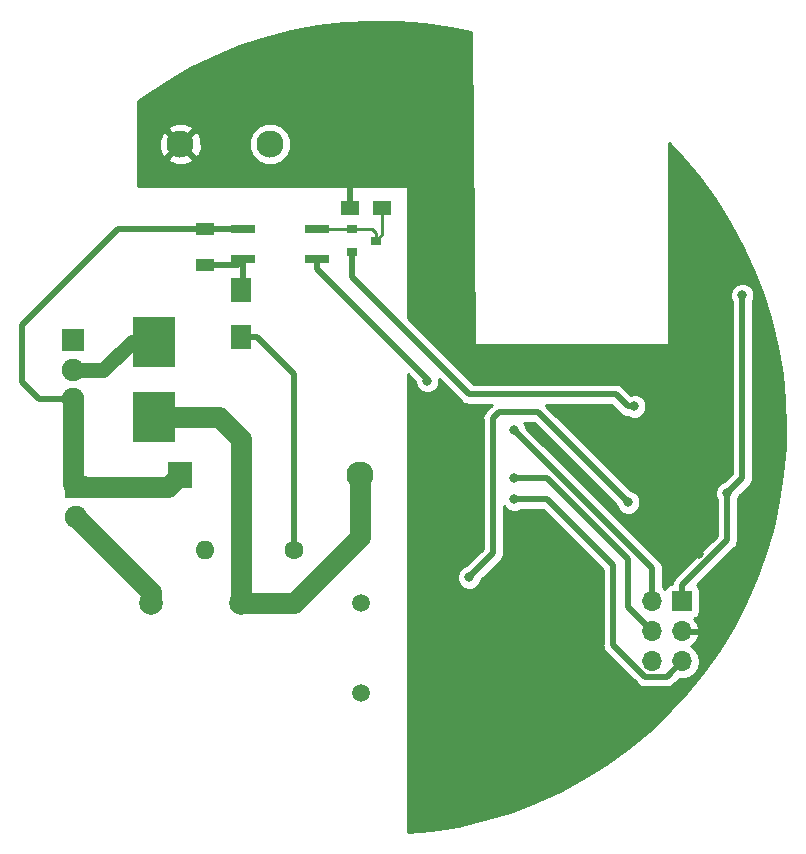
<source format=gbr>
G04 #@! TF.GenerationSoftware,KiCad,Pcbnew,(5.0.2)-1*
G04 #@! TF.CreationDate,2020-01-19T23:31:25+01:00*
G04 #@! TF.ProjectId,loftrelayRound,6c6f6674-7265-46c6-9179-526f756e642e,rev?*
G04 #@! TF.SameCoordinates,Original*
G04 #@! TF.FileFunction,Copper,L2,Bot*
G04 #@! TF.FilePolarity,Positive*
%FSLAX46Y46*%
G04 Gerber Fmt 4.6, Leading zero omitted, Abs format (unit mm)*
G04 Created by KiCad (PCBNEW (5.0.2)-1) date 19/01/2020 23:31:25*
%MOMM*%
%LPD*%
G01*
G04 APERTURE LIST*
G04 #@! TA.AperFunction,ComponentPad*
%ADD10O,1.600000X1.600000*%
G04 #@! TD*
G04 #@! TA.AperFunction,ComponentPad*
%ADD11C,1.600000*%
G04 #@! TD*
G04 #@! TA.AperFunction,SMDPad,CuDef*
%ADD12R,1.700000X2.000000*%
G04 #@! TD*
G04 #@! TA.AperFunction,SMDPad,CuDef*
%ADD13R,1.500000X1.300000*%
G04 #@! TD*
G04 #@! TA.AperFunction,SMDPad,CuDef*
%ADD14R,1.600000X1.000000*%
G04 #@! TD*
G04 #@! TA.AperFunction,ComponentPad*
%ADD15C,1.520000*%
G04 #@! TD*
G04 #@! TA.AperFunction,ComponentPad*
%ADD16C,2.000000*%
G04 #@! TD*
G04 #@! TA.AperFunction,SMDPad,CuDef*
%ADD17R,2.000000X0.640000*%
G04 #@! TD*
G04 #@! TA.AperFunction,ComponentPad*
%ADD18C,2.300000*%
G04 #@! TD*
G04 #@! TA.AperFunction,ComponentPad*
%ADD19R,2.000000X2.300000*%
G04 #@! TD*
G04 #@! TA.AperFunction,SMDPad,CuDef*
%ADD20R,0.900000X0.800000*%
G04 #@! TD*
G04 #@! TA.AperFunction,ComponentPad*
%ADD21C,1.900000*%
G04 #@! TD*
G04 #@! TA.AperFunction,ComponentPad*
%ADD22R,1.900000X1.900000*%
G04 #@! TD*
G04 #@! TA.AperFunction,SMDPad,CuDef*
%ADD23R,3.556000X4.191000*%
G04 #@! TD*
G04 #@! TA.AperFunction,ComponentPad*
%ADD24O,1.700000X1.700000*%
G04 #@! TD*
G04 #@! TA.AperFunction,ComponentPad*
%ADD25R,1.700000X1.700000*%
G04 #@! TD*
G04 #@! TA.AperFunction,ViaPad*
%ADD26C,0.800000*%
G04 #@! TD*
G04 #@! TA.AperFunction,Conductor*
%ADD27C,0.508000*%
G04 #@! TD*
G04 #@! TA.AperFunction,Conductor*
%ADD28C,1.778000*%
G04 #@! TD*
G04 #@! TA.AperFunction,Conductor*
%ADD29C,0.254000*%
G04 #@! TD*
G04 #@! TA.AperFunction,Conductor*
%ADD30C,1.270000*%
G04 #@! TD*
G04 APERTURE END LIST*
D10*
G04 #@! TO.P,C1,2*
G04 #@! TO.N,Net-(C1-Pad2)*
X134105000Y-128270000D03*
D11*
G04 #@! TO.P,C1,1*
G04 #@! TO.N,Net-(C1-Pad1)*
X141605000Y-128270000D03*
G04 #@! TD*
D12*
G04 #@! TO.P,R1,2*
G04 #@! TO.N,Net-(C1-Pad1)*
X137160000Y-110236000D03*
G04 #@! TO.P,R1,1*
G04 #@! TO.N,Net-(D2-Pad1)*
X137160000Y-106236000D03*
G04 #@! TD*
D13*
G04 #@! TO.P,R2,2*
G04 #@! TO.N,Net-(D3-Pad2)*
X149098000Y-99314000D03*
G04 #@! TO.P,R2,1*
G04 #@! TO.N,GNDD*
X146398000Y-99314000D03*
G04 #@! TD*
D14*
G04 #@! TO.P,D2,2*
G04 #@! TO.N,Net-(D2-Pad2)*
X134112000Y-101092000D03*
G04 #@! TO.P,D2,1*
G04 #@! TO.N,Net-(D2-Pad1)*
X134112000Y-104092000D03*
G04 #@! TD*
D15*
G04 #@! TO.P,K1,5*
G04 #@! TO.N,Net-(D1-Pad3)*
X147320000Y-140335000D03*
D16*
G04 #@! TO.P,K1,3*
G04 #@! TO.N,Net-(J2-Pad2)*
X129540000Y-132715000D03*
G04 #@! TO.P,K1,2*
G04 #@! TO.N,Net-(F1-Pad1)*
X137160000Y-132715000D03*
D15*
G04 #@! TO.P,K1,1*
G04 #@! TO.N,+5V*
X147320000Y-132715000D03*
G04 #@! TD*
D17*
G04 #@! TO.P,U2,4*
G04 #@! TO.N,+3V3*
X143612000Y-103632000D03*
G04 #@! TO.P,U2,3*
G04 #@! TO.N,Net-(D3-Pad2)*
X143612000Y-101092000D03*
G04 #@! TO.P,U2,2*
G04 #@! TO.N,Net-(D2-Pad2)*
X137312000Y-101092000D03*
G04 #@! TO.P,U2,1*
G04 #@! TO.N,Net-(D2-Pad1)*
X137312000Y-103632000D03*
G04 #@! TD*
D18*
G04 #@! TO.P,PS1,3*
G04 #@! TO.N,GNDD*
X132010001Y-93874999D03*
D19*
G04 #@! TO.P,PS1,1*
G04 #@! TO.N,Net-(D2-Pad2)*
X132010001Y-121874999D03*
D18*
G04 #@! TO.P,PS1,2*
G04 #@! TO.N,Net-(F1-Pad1)*
X147210001Y-121874999D03*
G04 #@! TO.P,PS1,4*
G04 #@! TO.N,+5V*
X139610001Y-93874999D03*
G04 #@! TD*
D20*
G04 #@! TO.P,D3,1*
G04 #@! TO.N,/Opto*
X146558000Y-102992000D03*
G04 #@! TO.P,D3,2*
G04 #@! TO.N,Net-(D3-Pad2)*
X146558000Y-101092000D03*
G04 #@! TO.P,D3,3*
X148558000Y-102042000D03*
G04 #@! TD*
D21*
G04 #@! TO.P,J1,3*
G04 #@! TO.N,Net-(D2-Pad2)*
X122936000Y-115490000D03*
G04 #@! TO.P,J1,2*
G04 #@! TO.N,Net-(F1-Pad2)*
X122936000Y-112990000D03*
D22*
G04 #@! TO.P,J1,1*
G04 #@! TO.N,Net-(C1-Pad2)*
X122936000Y-110490000D03*
G04 #@! TD*
D21*
G04 #@! TO.P,J2,2*
G04 #@! TO.N,Net-(J2-Pad2)*
X123190000Y-125436000D03*
D22*
G04 #@! TO.P,J2,1*
G04 #@! TO.N,Net-(D2-Pad2)*
X123190000Y-122936000D03*
G04 #@! TD*
D23*
G04 #@! TO.P,F1,2*
G04 #@! TO.N,Net-(F1-Pad2)*
X129794000Y-110617000D03*
G04 #@! TO.P,F1,1*
G04 #@! TO.N,Net-(F1-Pad1)*
X129794000Y-116967000D03*
G04 #@! TD*
D24*
G04 #@! TO.P,J3,6*
G04 #@! TO.N,Net-(J3-Pad6)*
X171958000Y-137668000D03*
G04 #@! TO.P,J3,5*
G04 #@! TO.N,Net-(J3-Pad5)*
X174498000Y-137668000D03*
G04 #@! TO.P,J3,4*
G04 #@! TO.N,Net-(J3-Pad4)*
X171958000Y-135128000D03*
G04 #@! TO.P,J3,3*
G04 #@! TO.N,GNDD*
X174498000Y-135128000D03*
G04 #@! TO.P,J3,2*
G04 #@! TO.N,Net-(J3-Pad2)*
X171958000Y-132588000D03*
D25*
G04 #@! TO.P,J3,1*
G04 #@! TO.N,+3V3*
X174498000Y-132588000D03*
G04 #@! TD*
D26*
G04 #@! TO.N,GNDD*
X161544000Y-132588000D03*
X175910453Y-128609793D03*
X182118000Y-112014000D03*
X178054000Y-106426000D03*
X152654000Y-128016000D03*
X152400000Y-137668000D03*
X167386000Y-137922000D03*
G04 #@! TO.N,+3V3*
X178308000Y-123444000D03*
X179578000Y-106680000D03*
X152908000Y-113904000D03*
G04 #@! TO.N,Net-(J3-Pad2)*
X160274000Y-118110000D03*
G04 #@! TO.N,/Opto*
X170434000Y-116078000D03*
G04 #@! TO.N,Net-(Q1-Pad1)*
X156464000Y-130556000D03*
X169926000Y-124206000D03*
G04 #@! TO.N,Net-(J3-Pad5)*
X160274000Y-123952000D03*
G04 #@! TO.N,Net-(J3-Pad4)*
X160274000Y-122174000D03*
G04 #@! TD*
D27*
G04 #@! TO.N,Net-(C1-Pad1)*
X138518000Y-110236000D02*
X137160000Y-110236000D01*
X141605000Y-113323000D02*
X138518000Y-110236000D01*
X141605000Y-128270000D02*
X141605000Y-113323000D01*
G04 #@! TO.N,GNDD*
X146398000Y-99314000D02*
X146398000Y-96106000D01*
G04 #@! TO.N,+3V3*
X174498000Y-131230000D02*
X178308000Y-127420000D01*
X174498000Y-132588000D02*
X174498000Y-131230000D01*
X178308000Y-127420000D02*
X178308000Y-123444000D01*
X179578000Y-122174000D02*
X178308000Y-123444000D01*
X179578000Y-106680000D02*
X179578000Y-122174000D01*
X152908000Y-113756000D02*
X152908000Y-113904000D01*
X143612000Y-104460000D02*
X152908000Y-113756000D01*
X143612000Y-103632000D02*
X143612000Y-104460000D01*
G04 #@! TO.N,Net-(J3-Pad2)*
X171958000Y-132588000D02*
X171958000Y-129794000D01*
X171958000Y-129794000D02*
X160274000Y-118110000D01*
G04 #@! TO.N,/Opto*
X169868315Y-116078000D02*
X168852315Y-115062000D01*
X170434000Y-116078000D02*
X169868315Y-116078000D01*
X168852315Y-115062000D02*
X156464000Y-115062000D01*
X146558000Y-105156000D02*
X146558000Y-102992000D01*
X156464000Y-115062000D02*
X146558000Y-105156000D01*
G04 #@! TO.N,Net-(Q1-Pad1)*
X156464000Y-130556000D02*
X158496000Y-128524000D01*
X158496000Y-128524000D02*
X158496000Y-117094000D01*
X158496000Y-117094000D02*
X159004000Y-116586000D01*
X159004000Y-116586000D02*
X162306000Y-116586000D01*
X162306000Y-116586000D02*
X169926000Y-124206000D01*
G04 #@! TO.N,Net-(D2-Pad2)*
X134112000Y-101092000D02*
X137312000Y-101092000D01*
D28*
X122936000Y-122682000D02*
X123190000Y-122936000D01*
X122936000Y-115490000D02*
X122936000Y-122682000D01*
X130949000Y-122936000D02*
X132010001Y-121874999D01*
X123190000Y-122936000D02*
X130949000Y-122936000D01*
D27*
X122936000Y-115490000D02*
X120062000Y-115490000D01*
X120062000Y-115490000D02*
X118618000Y-114046000D01*
X118618000Y-114046000D02*
X118618000Y-109220000D01*
X126746000Y-101092000D02*
X134112000Y-101092000D01*
X118618000Y-109220000D02*
X126746000Y-101092000D01*
G04 #@! TO.N,Net-(D2-Pad1)*
X136852000Y-104092000D02*
X137312000Y-103632000D01*
X134112000Y-104092000D02*
X136852000Y-104092000D01*
X137312000Y-106084000D02*
X137160000Y-106236000D01*
X137312000Y-103632000D02*
X137312000Y-106084000D01*
D29*
G04 #@! TO.N,Net-(D3-Pad2)*
X144866000Y-101092000D02*
X146558000Y-101092000D01*
X143612000Y-101092000D02*
X144866000Y-101092000D01*
X148558000Y-101388000D02*
X148558000Y-102042000D01*
X148262000Y-101092000D02*
X148558000Y-101388000D01*
X146558000Y-101092000D02*
X148262000Y-101092000D01*
X149098000Y-101502000D02*
X148558000Y-102042000D01*
X149098000Y-99314000D02*
X149098000Y-101502000D01*
D28*
G04 #@! TO.N,Net-(J2-Pad2)*
X129540000Y-131786000D02*
X123190000Y-125436000D01*
X129540000Y-132715000D02*
X129540000Y-131786000D01*
D30*
G04 #@! TO.N,Net-(F1-Pad2)*
X127889000Y-110617000D02*
X129794000Y-110617000D01*
X125476000Y-113030000D02*
X127889000Y-110617000D01*
X124319502Y-113030000D02*
X125476000Y-113030000D01*
X122936000Y-112990000D02*
X124279502Y-112990000D01*
X124279502Y-112990000D02*
X124319502Y-113030000D01*
D28*
G04 #@! TO.N,Net-(F1-Pad1)*
X137160000Y-132715000D02*
X141605000Y-132715000D01*
X147210001Y-127109999D02*
X147210001Y-121874999D01*
X141605000Y-132715000D02*
X147210001Y-127109999D01*
X131699000Y-116967000D02*
X129794000Y-116967000D01*
X135255000Y-116967000D02*
X131699000Y-116967000D01*
X137160000Y-132715000D02*
X137160000Y-118872000D01*
X137160000Y-118872000D02*
X135255000Y-116967000D01*
D27*
G04 #@! TO.N,Net-(J3-Pad5)*
X171332079Y-138972001D02*
X168656000Y-136295922D01*
X174498000Y-137668000D02*
X173193999Y-138972001D01*
X173193999Y-138972001D02*
X171332079Y-138972001D01*
X168656000Y-136295922D02*
X168656000Y-129540000D01*
X168656000Y-129540000D02*
X163068000Y-123952000D01*
X163068000Y-123952000D02*
X160274000Y-123952000D01*
G04 #@! TO.N,Net-(J3-Pad4)*
X171958000Y-135128000D02*
X169926000Y-133096000D01*
X169926000Y-133096000D02*
X169926000Y-129032000D01*
X169926000Y-129032000D02*
X163068000Y-122174000D01*
X163068000Y-122174000D02*
X160274000Y-122174000D01*
G04 #@! TD*
D29*
G04 #@! TO.N,GNDD*
G36*
X150402899Y-83526376D02*
X152674630Y-83705165D01*
X154929517Y-84034118D01*
X156591595Y-84390436D01*
X156845006Y-110745221D01*
X156854667Y-110792601D01*
X156882197Y-110833803D01*
X156923399Y-110861333D01*
X156972000Y-110871000D01*
X173228000Y-110871000D01*
X173276601Y-110861333D01*
X173317803Y-110833803D01*
X173345333Y-110792601D01*
X173355000Y-110744000D01*
X173355000Y-93791906D01*
X174462283Y-94950612D01*
X175923990Y-96698793D01*
X177266624Y-98540005D01*
X178484282Y-100466150D01*
X179571610Y-102468759D01*
X180523827Y-104539027D01*
X181336746Y-106667850D01*
X182006792Y-108845869D01*
X182531019Y-111063505D01*
X182907122Y-113311009D01*
X183133447Y-115578497D01*
X183209000Y-117856000D01*
X183167973Y-119534722D01*
X182981255Y-121805815D01*
X182644434Y-124059540D01*
X182158989Y-126285988D01*
X181527057Y-128475369D01*
X180751415Y-130618056D01*
X179835475Y-132704627D01*
X178783263Y-134725907D01*
X177599406Y-136673010D01*
X176289109Y-138537373D01*
X174858135Y-140310799D01*
X173312775Y-141985490D01*
X171659824Y-143554081D01*
X169906551Y-145009677D01*
X168060664Y-146345876D01*
X166130280Y-147556804D01*
X164123888Y-148637135D01*
X162050309Y-149582119D01*
X159918661Y-150387602D01*
X157738316Y-151050041D01*
X155518863Y-151566524D01*
X153270061Y-151934779D01*
X151257000Y-152128616D01*
X151257000Y-113362236D01*
X151873000Y-113978236D01*
X151873000Y-114109874D01*
X152030569Y-114490280D01*
X152321720Y-114781431D01*
X152702126Y-114939000D01*
X153113874Y-114939000D01*
X153494280Y-114781431D01*
X153785431Y-114490280D01*
X153943000Y-114109874D01*
X153943000Y-113798236D01*
X155773470Y-115628706D01*
X155823067Y-115702933D01*
X155897293Y-115752529D01*
X156117129Y-115899419D01*
X156464000Y-115968416D01*
X156551556Y-115951000D01*
X158359103Y-115951000D01*
X158313469Y-116019296D01*
X157929294Y-116403471D01*
X157855068Y-116453067D01*
X157805472Y-116527293D01*
X157805471Y-116527294D01*
X157658582Y-116747130D01*
X157589584Y-117094000D01*
X157607001Y-117181559D01*
X157607000Y-128155764D01*
X156230196Y-129532569D01*
X155877720Y-129678569D01*
X155586569Y-129969720D01*
X155429000Y-130350126D01*
X155429000Y-130761874D01*
X155586569Y-131142280D01*
X155877720Y-131433431D01*
X156258126Y-131591000D01*
X156669874Y-131591000D01*
X157050280Y-131433431D01*
X157341431Y-131142280D01*
X157487431Y-130789804D01*
X159062707Y-129214529D01*
X159136933Y-129164933D01*
X159333419Y-128870870D01*
X159385000Y-128611556D01*
X159385000Y-128611555D01*
X159402416Y-128524000D01*
X159385000Y-128436445D01*
X159385000Y-124510350D01*
X159396569Y-124538280D01*
X159687720Y-124829431D01*
X160068126Y-124987000D01*
X160479874Y-124987000D01*
X160832350Y-124841000D01*
X162699765Y-124841000D01*
X167767001Y-129908237D01*
X167767000Y-136208367D01*
X167749584Y-136295922D01*
X167767000Y-136383477D01*
X167818581Y-136642791D01*
X168015067Y-136936855D01*
X168089296Y-136986453D01*
X170641550Y-139538708D01*
X170691146Y-139612934D01*
X170985209Y-139809420D01*
X171244523Y-139861001D01*
X171244527Y-139861001D01*
X171332078Y-139878416D01*
X171419629Y-139861001D01*
X173106444Y-139861001D01*
X173193999Y-139878417D01*
X173281554Y-139861001D01*
X173281555Y-139861001D01*
X173540869Y-139809420D01*
X173834932Y-139612934D01*
X173884530Y-139538705D01*
X174283758Y-139139477D01*
X174351744Y-139153000D01*
X174644256Y-139153000D01*
X175077418Y-139066839D01*
X175568625Y-138738625D01*
X175896839Y-138247418D01*
X176012092Y-137668000D01*
X175896839Y-137088582D01*
X175568625Y-136597375D01*
X175249522Y-136384157D01*
X175379358Y-136323183D01*
X175769645Y-135894924D01*
X175939476Y-135484890D01*
X175818155Y-135255000D01*
X174625000Y-135255000D01*
X174625000Y-135275000D01*
X174371000Y-135275000D01*
X174371000Y-135255000D01*
X174351000Y-135255000D01*
X174351000Y-135001000D01*
X174371000Y-135001000D01*
X174371000Y-134981000D01*
X174625000Y-134981000D01*
X174625000Y-135001000D01*
X175818155Y-135001000D01*
X175939476Y-134771110D01*
X175769645Y-134361076D01*
X175492292Y-134056739D01*
X175595765Y-134036157D01*
X175805809Y-133895809D01*
X175946157Y-133685765D01*
X175995440Y-133438000D01*
X175995440Y-131738000D01*
X175946157Y-131490235D01*
X175805809Y-131280191D01*
X175745405Y-131239830D01*
X178874707Y-128110529D01*
X178948933Y-128060933D01*
X179100918Y-127833471D01*
X179145419Y-127766871D01*
X179214416Y-127420000D01*
X179197000Y-127332444D01*
X179197000Y-124002350D01*
X179331431Y-123677804D01*
X180144707Y-122864529D01*
X180218933Y-122814933D01*
X180415419Y-122520870D01*
X180467000Y-122261556D01*
X180467000Y-122261552D01*
X180484415Y-122174001D01*
X180467000Y-122086450D01*
X180467000Y-107238350D01*
X180613000Y-106885874D01*
X180613000Y-106474126D01*
X180455431Y-106093720D01*
X180164280Y-105802569D01*
X179783874Y-105645000D01*
X179372126Y-105645000D01*
X178991720Y-105802569D01*
X178700569Y-106093720D01*
X178543000Y-106474126D01*
X178543000Y-106885874D01*
X178689000Y-107238350D01*
X178689001Y-121805763D01*
X178074196Y-122420569D01*
X177721720Y-122566569D01*
X177430569Y-122857720D01*
X177273000Y-123238126D01*
X177273000Y-123649874D01*
X177419001Y-124002352D01*
X177419000Y-127051764D01*
X173931294Y-130539471D01*
X173857068Y-130589067D01*
X173807472Y-130663293D01*
X173807471Y-130663294D01*
X173660582Y-130883130D01*
X173618139Y-131096500D01*
X173400235Y-131139843D01*
X173190191Y-131280191D01*
X173049843Y-131490235D01*
X173040816Y-131535619D01*
X173028625Y-131517375D01*
X172847000Y-131396017D01*
X172847000Y-129881550D01*
X172864415Y-129793999D01*
X172847000Y-129706448D01*
X172847000Y-129706444D01*
X172795419Y-129447130D01*
X172598933Y-129153067D01*
X172524707Y-129103471D01*
X161297431Y-117876196D01*
X161151431Y-117523720D01*
X161102711Y-117475000D01*
X161937765Y-117475000D01*
X168902570Y-124439806D01*
X169048569Y-124792280D01*
X169339720Y-125083431D01*
X169720126Y-125241000D01*
X170131874Y-125241000D01*
X170512280Y-125083431D01*
X170803431Y-124792280D01*
X170961000Y-124411874D01*
X170961000Y-124000126D01*
X170803431Y-123619720D01*
X170512280Y-123328569D01*
X170159806Y-123182570D01*
X162996531Y-116019296D01*
X162950897Y-115951000D01*
X168484080Y-115951000D01*
X169177786Y-116644706D01*
X169227382Y-116718933D01*
X169521445Y-116915419D01*
X169780759Y-116967000D01*
X169780760Y-116967000D01*
X169868315Y-116984416D01*
X169901676Y-116977780D01*
X170228126Y-117113000D01*
X170639874Y-117113000D01*
X171020280Y-116955431D01*
X171311431Y-116664280D01*
X171469000Y-116283874D01*
X171469000Y-115872126D01*
X171311431Y-115491720D01*
X171020280Y-115200569D01*
X170639874Y-115043000D01*
X170228126Y-115043000D01*
X170130845Y-115083295D01*
X169542846Y-114495296D01*
X169493248Y-114421067D01*
X169199185Y-114224581D01*
X168939871Y-114173000D01*
X168939870Y-114173000D01*
X168852315Y-114155584D01*
X168764760Y-114173000D01*
X156832236Y-114173000D01*
X151257000Y-108597765D01*
X151257000Y-97536000D01*
X151247333Y-97487399D01*
X151219803Y-97446197D01*
X151178601Y-97418667D01*
X151130000Y-97409000D01*
X128397000Y-97409000D01*
X128397000Y-95136024D01*
X130928582Y-95136024D01*
X131045602Y-95418445D01*
X131709664Y-95670017D01*
X132419449Y-95648313D01*
X132974400Y-95418445D01*
X133091420Y-95136024D01*
X132010001Y-94054604D01*
X130928582Y-95136024D01*
X128397000Y-95136024D01*
X128397000Y-93574662D01*
X130214983Y-93574662D01*
X130236687Y-94284447D01*
X130466555Y-94839398D01*
X130748976Y-94956418D01*
X131830396Y-93874999D01*
X132189606Y-93874999D01*
X133271026Y-94956418D01*
X133553447Y-94839398D01*
X133805019Y-94175336D01*
X133784979Y-93519940D01*
X137825001Y-93519940D01*
X137825001Y-94230058D01*
X138096751Y-94886120D01*
X138598880Y-95388249D01*
X139254942Y-95659999D01*
X139965060Y-95659999D01*
X140621122Y-95388249D01*
X141123251Y-94886120D01*
X141395001Y-94230058D01*
X141395001Y-93519940D01*
X141123251Y-92863878D01*
X140621122Y-92361749D01*
X139965060Y-92089999D01*
X139254942Y-92089999D01*
X138598880Y-92361749D01*
X138096751Y-92863878D01*
X137825001Y-93519940D01*
X133784979Y-93519940D01*
X133783315Y-93465551D01*
X133553447Y-92910600D01*
X133271026Y-92793580D01*
X132189606Y-93874999D01*
X131830396Y-93874999D01*
X130748976Y-92793580D01*
X130466555Y-92910600D01*
X130214983Y-93574662D01*
X128397000Y-93574662D01*
X128397000Y-92613974D01*
X130928582Y-92613974D01*
X132010001Y-93695394D01*
X133091420Y-92613974D01*
X132974400Y-92331553D01*
X132310338Y-92079981D01*
X131600553Y-92101685D01*
X131045602Y-92331553D01*
X130928582Y-92613974D01*
X128397000Y-92613974D01*
X128397000Y-90255505D01*
X128937003Y-89844133D01*
X130837224Y-88586404D01*
X132816623Y-87457375D01*
X134866495Y-86462010D01*
X136977827Y-85604687D01*
X139141336Y-84889175D01*
X141347508Y-84318620D01*
X143586642Y-83895532D01*
X145848893Y-83621769D01*
X148124314Y-83498537D01*
X150402899Y-83526376D01*
X150402899Y-83526376D01*
G37*
X150402899Y-83526376D02*
X152674630Y-83705165D01*
X154929517Y-84034118D01*
X156591595Y-84390436D01*
X156845006Y-110745221D01*
X156854667Y-110792601D01*
X156882197Y-110833803D01*
X156923399Y-110861333D01*
X156972000Y-110871000D01*
X173228000Y-110871000D01*
X173276601Y-110861333D01*
X173317803Y-110833803D01*
X173345333Y-110792601D01*
X173355000Y-110744000D01*
X173355000Y-93791906D01*
X174462283Y-94950612D01*
X175923990Y-96698793D01*
X177266624Y-98540005D01*
X178484282Y-100466150D01*
X179571610Y-102468759D01*
X180523827Y-104539027D01*
X181336746Y-106667850D01*
X182006792Y-108845869D01*
X182531019Y-111063505D01*
X182907122Y-113311009D01*
X183133447Y-115578497D01*
X183209000Y-117856000D01*
X183167973Y-119534722D01*
X182981255Y-121805815D01*
X182644434Y-124059540D01*
X182158989Y-126285988D01*
X181527057Y-128475369D01*
X180751415Y-130618056D01*
X179835475Y-132704627D01*
X178783263Y-134725907D01*
X177599406Y-136673010D01*
X176289109Y-138537373D01*
X174858135Y-140310799D01*
X173312775Y-141985490D01*
X171659824Y-143554081D01*
X169906551Y-145009677D01*
X168060664Y-146345876D01*
X166130280Y-147556804D01*
X164123888Y-148637135D01*
X162050309Y-149582119D01*
X159918661Y-150387602D01*
X157738316Y-151050041D01*
X155518863Y-151566524D01*
X153270061Y-151934779D01*
X151257000Y-152128616D01*
X151257000Y-113362236D01*
X151873000Y-113978236D01*
X151873000Y-114109874D01*
X152030569Y-114490280D01*
X152321720Y-114781431D01*
X152702126Y-114939000D01*
X153113874Y-114939000D01*
X153494280Y-114781431D01*
X153785431Y-114490280D01*
X153943000Y-114109874D01*
X153943000Y-113798236D01*
X155773470Y-115628706D01*
X155823067Y-115702933D01*
X155897293Y-115752529D01*
X156117129Y-115899419D01*
X156464000Y-115968416D01*
X156551556Y-115951000D01*
X158359103Y-115951000D01*
X158313469Y-116019296D01*
X157929294Y-116403471D01*
X157855068Y-116453067D01*
X157805472Y-116527293D01*
X157805471Y-116527294D01*
X157658582Y-116747130D01*
X157589584Y-117094000D01*
X157607001Y-117181559D01*
X157607000Y-128155764D01*
X156230196Y-129532569D01*
X155877720Y-129678569D01*
X155586569Y-129969720D01*
X155429000Y-130350126D01*
X155429000Y-130761874D01*
X155586569Y-131142280D01*
X155877720Y-131433431D01*
X156258126Y-131591000D01*
X156669874Y-131591000D01*
X157050280Y-131433431D01*
X157341431Y-131142280D01*
X157487431Y-130789804D01*
X159062707Y-129214529D01*
X159136933Y-129164933D01*
X159333419Y-128870870D01*
X159385000Y-128611556D01*
X159385000Y-128611555D01*
X159402416Y-128524000D01*
X159385000Y-128436445D01*
X159385000Y-124510350D01*
X159396569Y-124538280D01*
X159687720Y-124829431D01*
X160068126Y-124987000D01*
X160479874Y-124987000D01*
X160832350Y-124841000D01*
X162699765Y-124841000D01*
X167767001Y-129908237D01*
X167767000Y-136208367D01*
X167749584Y-136295922D01*
X167767000Y-136383477D01*
X167818581Y-136642791D01*
X168015067Y-136936855D01*
X168089296Y-136986453D01*
X170641550Y-139538708D01*
X170691146Y-139612934D01*
X170985209Y-139809420D01*
X171244523Y-139861001D01*
X171244527Y-139861001D01*
X171332078Y-139878416D01*
X171419629Y-139861001D01*
X173106444Y-139861001D01*
X173193999Y-139878417D01*
X173281554Y-139861001D01*
X173281555Y-139861001D01*
X173540869Y-139809420D01*
X173834932Y-139612934D01*
X173884530Y-139538705D01*
X174283758Y-139139477D01*
X174351744Y-139153000D01*
X174644256Y-139153000D01*
X175077418Y-139066839D01*
X175568625Y-138738625D01*
X175896839Y-138247418D01*
X176012092Y-137668000D01*
X175896839Y-137088582D01*
X175568625Y-136597375D01*
X175249522Y-136384157D01*
X175379358Y-136323183D01*
X175769645Y-135894924D01*
X175939476Y-135484890D01*
X175818155Y-135255000D01*
X174625000Y-135255000D01*
X174625000Y-135275000D01*
X174371000Y-135275000D01*
X174371000Y-135255000D01*
X174351000Y-135255000D01*
X174351000Y-135001000D01*
X174371000Y-135001000D01*
X174371000Y-134981000D01*
X174625000Y-134981000D01*
X174625000Y-135001000D01*
X175818155Y-135001000D01*
X175939476Y-134771110D01*
X175769645Y-134361076D01*
X175492292Y-134056739D01*
X175595765Y-134036157D01*
X175805809Y-133895809D01*
X175946157Y-133685765D01*
X175995440Y-133438000D01*
X175995440Y-131738000D01*
X175946157Y-131490235D01*
X175805809Y-131280191D01*
X175745405Y-131239830D01*
X178874707Y-128110529D01*
X178948933Y-128060933D01*
X179100918Y-127833471D01*
X179145419Y-127766871D01*
X179214416Y-127420000D01*
X179197000Y-127332444D01*
X179197000Y-124002350D01*
X179331431Y-123677804D01*
X180144707Y-122864529D01*
X180218933Y-122814933D01*
X180415419Y-122520870D01*
X180467000Y-122261556D01*
X180467000Y-122261552D01*
X180484415Y-122174001D01*
X180467000Y-122086450D01*
X180467000Y-107238350D01*
X180613000Y-106885874D01*
X180613000Y-106474126D01*
X180455431Y-106093720D01*
X180164280Y-105802569D01*
X179783874Y-105645000D01*
X179372126Y-105645000D01*
X178991720Y-105802569D01*
X178700569Y-106093720D01*
X178543000Y-106474126D01*
X178543000Y-106885874D01*
X178689000Y-107238350D01*
X178689001Y-121805763D01*
X178074196Y-122420569D01*
X177721720Y-122566569D01*
X177430569Y-122857720D01*
X177273000Y-123238126D01*
X177273000Y-123649874D01*
X177419001Y-124002352D01*
X177419000Y-127051764D01*
X173931294Y-130539471D01*
X173857068Y-130589067D01*
X173807472Y-130663293D01*
X173807471Y-130663294D01*
X173660582Y-130883130D01*
X173618139Y-131096500D01*
X173400235Y-131139843D01*
X173190191Y-131280191D01*
X173049843Y-131490235D01*
X173040816Y-131535619D01*
X173028625Y-131517375D01*
X172847000Y-131396017D01*
X172847000Y-129881550D01*
X172864415Y-129793999D01*
X172847000Y-129706448D01*
X172847000Y-129706444D01*
X172795419Y-129447130D01*
X172598933Y-129153067D01*
X172524707Y-129103471D01*
X161297431Y-117876196D01*
X161151431Y-117523720D01*
X161102711Y-117475000D01*
X161937765Y-117475000D01*
X168902570Y-124439806D01*
X169048569Y-124792280D01*
X169339720Y-125083431D01*
X169720126Y-125241000D01*
X170131874Y-125241000D01*
X170512280Y-125083431D01*
X170803431Y-124792280D01*
X170961000Y-124411874D01*
X170961000Y-124000126D01*
X170803431Y-123619720D01*
X170512280Y-123328569D01*
X170159806Y-123182570D01*
X162996531Y-116019296D01*
X162950897Y-115951000D01*
X168484080Y-115951000D01*
X169177786Y-116644706D01*
X169227382Y-116718933D01*
X169521445Y-116915419D01*
X169780759Y-116967000D01*
X169780760Y-116967000D01*
X169868315Y-116984416D01*
X169901676Y-116977780D01*
X170228126Y-117113000D01*
X170639874Y-117113000D01*
X171020280Y-116955431D01*
X171311431Y-116664280D01*
X171469000Y-116283874D01*
X171469000Y-115872126D01*
X171311431Y-115491720D01*
X171020280Y-115200569D01*
X170639874Y-115043000D01*
X170228126Y-115043000D01*
X170130845Y-115083295D01*
X169542846Y-114495296D01*
X169493248Y-114421067D01*
X169199185Y-114224581D01*
X168939871Y-114173000D01*
X168939870Y-114173000D01*
X168852315Y-114155584D01*
X168764760Y-114173000D01*
X156832236Y-114173000D01*
X151257000Y-108597765D01*
X151257000Y-97536000D01*
X151247333Y-97487399D01*
X151219803Y-97446197D01*
X151178601Y-97418667D01*
X151130000Y-97409000D01*
X128397000Y-97409000D01*
X128397000Y-95136024D01*
X130928582Y-95136024D01*
X131045602Y-95418445D01*
X131709664Y-95670017D01*
X132419449Y-95648313D01*
X132974400Y-95418445D01*
X133091420Y-95136024D01*
X132010001Y-94054604D01*
X130928582Y-95136024D01*
X128397000Y-95136024D01*
X128397000Y-93574662D01*
X130214983Y-93574662D01*
X130236687Y-94284447D01*
X130466555Y-94839398D01*
X130748976Y-94956418D01*
X131830396Y-93874999D01*
X132189606Y-93874999D01*
X133271026Y-94956418D01*
X133553447Y-94839398D01*
X133805019Y-94175336D01*
X133784979Y-93519940D01*
X137825001Y-93519940D01*
X137825001Y-94230058D01*
X138096751Y-94886120D01*
X138598880Y-95388249D01*
X139254942Y-95659999D01*
X139965060Y-95659999D01*
X140621122Y-95388249D01*
X141123251Y-94886120D01*
X141395001Y-94230058D01*
X141395001Y-93519940D01*
X141123251Y-92863878D01*
X140621122Y-92361749D01*
X139965060Y-92089999D01*
X139254942Y-92089999D01*
X138598880Y-92361749D01*
X138096751Y-92863878D01*
X137825001Y-93519940D01*
X133784979Y-93519940D01*
X133783315Y-93465551D01*
X133553447Y-92910600D01*
X133271026Y-92793580D01*
X132189606Y-93874999D01*
X131830396Y-93874999D01*
X130748976Y-92793580D01*
X130466555Y-92910600D01*
X130214983Y-93574662D01*
X128397000Y-93574662D01*
X128397000Y-92613974D01*
X130928582Y-92613974D01*
X132010001Y-93695394D01*
X133091420Y-92613974D01*
X132974400Y-92331553D01*
X132310338Y-92079981D01*
X131600553Y-92101685D01*
X131045602Y-92331553D01*
X130928582Y-92613974D01*
X128397000Y-92613974D01*
X128397000Y-90255505D01*
X128937003Y-89844133D01*
X130837224Y-88586404D01*
X132816623Y-87457375D01*
X134866495Y-86462010D01*
X136977827Y-85604687D01*
X139141336Y-84889175D01*
X141347508Y-84318620D01*
X143586642Y-83895532D01*
X145848893Y-83621769D01*
X148124314Y-83498537D01*
X150402899Y-83526376D01*
G04 #@! TD*
M02*

</source>
